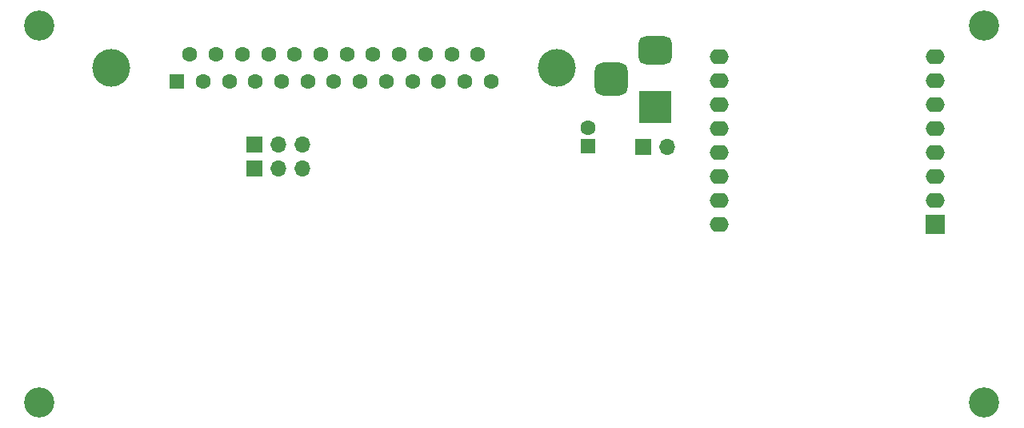
<source format=gbr>
%TF.GenerationSoftware,KiCad,Pcbnew,(6.0.11)*%
%TF.CreationDate,2024-01-03T20:30:30+00:00*%
%TF.ProjectId,LeWiFiModem,4c655769-4669-44d6-9f64-656d2e6b6963,rev?*%
%TF.SameCoordinates,Original*%
%TF.FileFunction,Soldermask,Bot*%
%TF.FilePolarity,Negative*%
%FSLAX46Y46*%
G04 Gerber Fmt 4.6, Leading zero omitted, Abs format (unit mm)*
G04 Created by KiCad (PCBNEW (6.0.11)) date 2024-01-03 20:30:30*
%MOMM*%
%LPD*%
G01*
G04 APERTURE LIST*
G04 Aperture macros list*
%AMRoundRect*
0 Rectangle with rounded corners*
0 $1 Rounding radius*
0 $2 $3 $4 $5 $6 $7 $8 $9 X,Y pos of 4 corners*
0 Add a 4 corners polygon primitive as box body*
4,1,4,$2,$3,$4,$5,$6,$7,$8,$9,$2,$3,0*
0 Add four circle primitives for the rounded corners*
1,1,$1+$1,$2,$3*
1,1,$1+$1,$4,$5*
1,1,$1+$1,$6,$7*
1,1,$1+$1,$8,$9*
0 Add four rect primitives between the rounded corners*
20,1,$1+$1,$2,$3,$4,$5,0*
20,1,$1+$1,$4,$5,$6,$7,0*
20,1,$1+$1,$6,$7,$8,$9,0*
20,1,$1+$1,$8,$9,$2,$3,0*%
G04 Aperture macros list end*
%ADD10R,3.500000X3.500000*%
%ADD11RoundRect,0.750000X-1.000000X0.750000X-1.000000X-0.750000X1.000000X-0.750000X1.000000X0.750000X0*%
%ADD12RoundRect,0.875000X-0.875000X0.875000X-0.875000X-0.875000X0.875000X-0.875000X0.875000X0.875000X0*%
%ADD13R,2.000000X2.000000*%
%ADD14O,2.000000X1.600000*%
%ADD15R,1.600000X1.600000*%
%ADD16C,1.600000*%
%ADD17R,1.700000X1.700000*%
%ADD18O,1.700000X1.700000*%
%ADD19C,3.200000*%
%ADD20C,4.000000*%
G04 APERTURE END LIST*
D10*
%TO.C,J2*%
X130397500Y-94710000D03*
D11*
X130397500Y-88710000D03*
D12*
X125697500Y-91710000D03*
%TD*%
D13*
%TO.C,U1*%
X159995000Y-107130000D03*
D14*
X159995000Y-104590000D03*
X159995000Y-102050000D03*
X159995000Y-99510000D03*
X159995000Y-96970000D03*
X159995000Y-94430000D03*
X159995000Y-91890000D03*
X159995000Y-89350000D03*
X137135000Y-89350000D03*
X137135000Y-91890000D03*
X137135000Y-94430000D03*
X137135000Y-96970000D03*
X137135000Y-99510000D03*
X137135000Y-102050000D03*
X137135000Y-104590000D03*
X137135000Y-107130000D03*
%TD*%
D15*
%TO.C,C6*%
X123280000Y-98885113D03*
D16*
X123280000Y-96885113D03*
%TD*%
D17*
%TO.C,J1*%
X129122500Y-98930000D03*
D18*
X131662500Y-98930000D03*
%TD*%
D19*
%TO.C,REF\u002A\u002A*%
X165230000Y-126060000D03*
%TD*%
D17*
%TO.C,JP2*%
X87950000Y-98670000D03*
D18*
X90490000Y-98670000D03*
X93030000Y-98670000D03*
%TD*%
D19*
%TO.C,REF\u002A\u002A*%
X65230000Y-126060000D03*
%TD*%
D17*
%TO.C,JP1*%
X87950000Y-101210000D03*
D18*
X90490000Y-101210000D03*
X93030000Y-101210000D03*
%TD*%
D19*
%TO.C,REF\u002A\u002A*%
X65230000Y-86060000D03*
%TD*%
D20*
%TO.C,J3*%
X119937500Y-90570331D03*
X72837500Y-90570331D03*
D15*
X79767500Y-91990331D03*
D16*
X82537500Y-91990331D03*
X85307500Y-91990331D03*
X88077500Y-91990331D03*
X90847500Y-91990331D03*
X93617500Y-91990331D03*
X96387500Y-91990331D03*
X99157500Y-91990331D03*
X101927500Y-91990331D03*
X104697500Y-91990331D03*
X107467500Y-91990331D03*
X110237500Y-91990331D03*
X113007500Y-91990331D03*
X81152500Y-89150331D03*
X83922500Y-89150331D03*
X86692500Y-89150331D03*
X89462500Y-89150331D03*
X92232500Y-89150331D03*
X95002500Y-89150331D03*
X97772500Y-89150331D03*
X100542500Y-89150331D03*
X103312500Y-89150331D03*
X106082500Y-89150331D03*
X108852500Y-89150331D03*
X111622500Y-89150331D03*
%TD*%
D19*
%TO.C,REF\u002A\u002A*%
X165230000Y-86060000D03*
%TD*%
M02*

</source>
